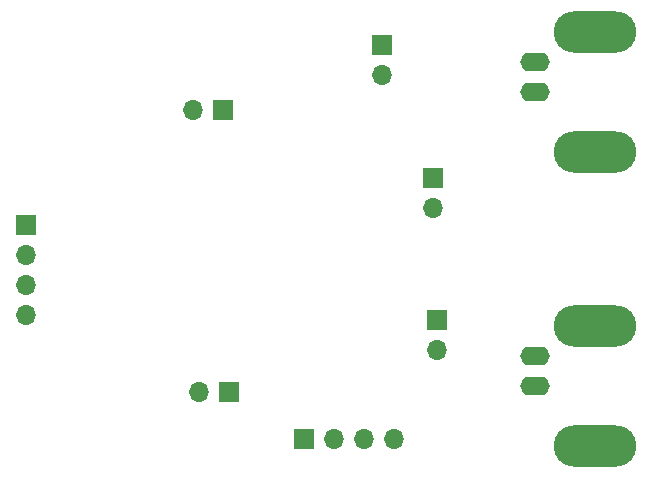
<source format=gbr>
%TF.GenerationSoftware,KiCad,Pcbnew,(5.1.12)-1*%
%TF.CreationDate,2021-12-10T12:11:04+01:00*%
%TF.ProjectId,standalone,7374616e-6461-46c6-9f6e-652e6b696361,rev?*%
%TF.SameCoordinates,Original*%
%TF.FileFunction,Soldermask,Bot*%
%TF.FilePolarity,Negative*%
%FSLAX46Y46*%
G04 Gerber Fmt 4.6, Leading zero omitted, Abs format (unit mm)*
G04 Created by KiCad (PCBNEW (5.1.12)-1) date 2021-12-10 12:11:04*
%MOMM*%
%LPD*%
G01*
G04 APERTURE LIST*
%ADD10O,1.700000X1.700000*%
%ADD11R,1.700000X1.700000*%
%ADD12O,2.500000X1.600000*%
%ADD13O,7.000000X3.500000*%
G04 APERTURE END LIST*
D10*
%TO.C,J7*%
X134820000Y-64100000D03*
X132280000Y-64100000D03*
X129740000Y-64100000D03*
D11*
X127200000Y-64100000D03*
%TD*%
D10*
%TO.C,J9*%
X138100000Y-44540000D03*
D11*
X138100000Y-42000000D03*
%TD*%
D10*
%TO.C,J8*%
X138400000Y-56540000D03*
D11*
X138400000Y-54000000D03*
%TD*%
D12*
%TO.C,J6*%
X146700000Y-57060000D03*
X146700000Y-59600000D03*
D13*
X151780000Y-64680000D03*
X151780000Y-54520000D03*
%TD*%
D12*
%TO.C,J5*%
X146700000Y-32160000D03*
X146700000Y-34700000D03*
D13*
X151780000Y-39780000D03*
X151780000Y-29620000D03*
%TD*%
D10*
%TO.C,J4*%
X118260000Y-60100000D03*
D11*
X120800000Y-60100000D03*
%TD*%
D10*
%TO.C,J3*%
X117760000Y-36200000D03*
D11*
X120300000Y-36200000D03*
%TD*%
D10*
%TO.C,J2*%
X133800000Y-33240000D03*
D11*
X133800000Y-30700000D03*
%TD*%
D10*
%TO.C,J1*%
X103600000Y-53620000D03*
X103600000Y-51080000D03*
X103600000Y-48540000D03*
D11*
X103600000Y-46000000D03*
%TD*%
M02*

</source>
